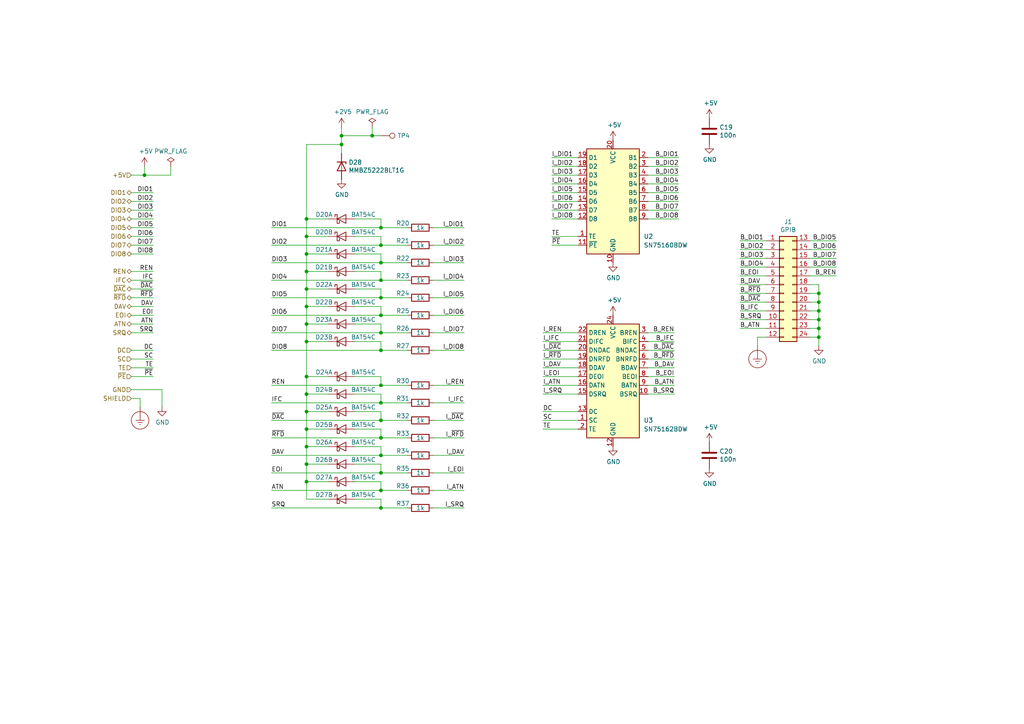
<source format=kicad_sch>
(kicad_sch (version 20211123) (generator eeschema)
  (paper "A4")
  (lib_symbols
    (symbol "Connector:TestPoint" (pin_numbers hide) (pin_names (offset 0.762) hide)
      (property "Reference" "TP" (at 0 6.858 0))
      (property "Value" "TestPoint" (at 0 5.08 0))
      (symbol "TestPoint_0_1"
        (circle (center 0 3.302) (radius 0.762))
      )
      (symbol "TestPoint_1_1"
        (pin passive line (at 0 0 90) (length 2.54) (name "1") (number "1"))
      )
    )
    (symbol "Connector_Generic:Conn_02x12_Top_Bottom" (pin_names (offset 1.016) hide)
      (property "Reference" "J" (at 1.27 15.24 0))
      (property "Value" "Conn_02x12_Top_Bottom" (at 1.27 -17.78 0))
      (symbol "Conn_02x12_Top_Bottom_1_1"
        (rectangle (start -1.27 -15.113) (end 0 -15.367) (stroke (width 0.1524)))
        (rectangle (start -1.27 -12.573) (end 0 -12.827) (stroke (width 0.1524)))
        (rectangle (start -1.27 -10.033) (end 0 -10.287) (stroke (width 0.1524)))
        (rectangle (start -1.27 -7.493) (end 0 -7.747) (stroke (width 0.1524)))
        (rectangle (start -1.27 -4.953) (end 0 -5.207) (stroke (width 0.1524)))
        (rectangle (start -1.27 -2.413) (end 0 -2.667) (stroke (width 0.1524)))
        (rectangle (start -1.27 0.127) (end 0 -0.127) (stroke (width 0.1524)))
        (rectangle (start -1.27 2.667) (end 0 2.413) (stroke (width 0.1524)))
        (rectangle (start -1.27 5.207) (end 0 4.953) (stroke (width 0.1524)))
        (rectangle (start -1.27 7.747) (end 0 7.493) (stroke (width 0.1524)))
        (rectangle (start -1.27 10.287) (end 0 10.033) (stroke (width 0.1524)))
        (rectangle (start -1.27 12.827) (end 0 12.573) (stroke (width 0.1524)))
        (rectangle (start -1.27 13.97) (end 3.81 -16.51) (stroke (width 0.254)) (fill (type background)))
        (rectangle (start 3.81 -15.113) (end 2.54 -15.367) (stroke (width 0.1524)))
        (rectangle (start 3.81 -12.573) (end 2.54 -12.827) (stroke (width 0.1524)))
        (rectangle (start 3.81 -10.033) (end 2.54 -10.287) (stroke (width 0.1524)))
        (rectangle (start 3.81 -7.493) (end 2.54 -7.747) (stroke (width 0.1524)))
        (rectangle (start 3.81 -4.953) (end 2.54 -5.207) (stroke (width 0.1524)))
        (rectangle (start 3.81 -2.413) (end 2.54 -2.667) (stroke (width 0.1524)))
        (rectangle (start 3.81 0.127) (end 2.54 -0.127) (stroke (width 0.1524)))
        (rectangle (start 3.81 2.667) (end 2.54 2.413) (stroke (width 0.1524)))
        (rectangle (start 3.81 5.207) (end 2.54 4.953) (stroke (width 0.1524)))
        (rectangle (start 3.81 7.747) (end 2.54 7.493) (stroke (width 0.1524)))
        (rectangle (start 3.81 10.287) (end 2.54 10.033) (stroke (width 0.1524)))
        (rectangle (start 3.81 12.827) (end 2.54 12.573) (stroke (width 0.1524)))
        (pin passive line (at -5.08 12.7 0) (length 3.81) (name "Pin_1") (number "1"))
        (pin passive line (at -5.08 -10.16 0) (length 3.81) (name "Pin_10") (number "10"))
        (pin passive line (at -5.08 -12.7 0) (length 3.81) (name "Pin_11") (number "11"))
        (pin passive line (at -5.08 -15.24 0) (length 3.81) (name "Pin_12") (number "12"))
        (pin passive line (at 7.62 12.7 180) (length 3.81) (name "Pin_13") (number "13"))
        (pin passive line (at 7.62 10.16 180) (length 3.81) (name "Pin_14") (number "14"))
        (pin passive line (at 7.62 7.62 180) (length 3.81) (name "Pin_15") (number "15"))
        (pin passive line (at 7.62 5.08 180) (length 3.81) (name "Pin_16") (number "16"))
        (pin passive line (at 7.62 2.54 180) (length 3.81) (name "Pin_17") (number "17"))
        (pin passive line (at 7.62 0 180) (length 3.81) (name "Pin_18") (number "18"))
        (pin passive line (at 7.62 -2.54 180) (length 3.81) (name "Pin_19") (number "19"))
        (pin passive line (at -5.08 10.16 0) (length 3.81) (name "Pin_2") (number "2"))
        (pin passive line (at 7.62 -5.08 180) (length 3.81) (name "Pin_20") (number "20"))
        (pin passive line (at 7.62 -7.62 180) (length 3.81) (name "Pin_21") (number "21"))
        (pin passive line (at 7.62 -10.16 180) (length 3.81) (name "Pin_22") (number "22"))
        (pin passive line (at 7.62 -12.7 180) (length 3.81) (name "Pin_23") (number "23"))
        (pin passive line (at 7.62 -15.24 180) (length 3.81) (name "Pin_24") (number "24"))
        (pin passive line (at -5.08 7.62 0) (length 3.81) (name "Pin_3") (number "3"))
        (pin passive line (at -5.08 5.08 0) (length 3.81) (name "Pin_4") (number "4"))
        (pin passive line (at -5.08 2.54 0) (length 3.81) (name "Pin_5") (number "5"))
        (pin passive line (at -5.08 0 0) (length 3.81) (name "Pin_6") (number "6"))
        (pin passive line (at -5.08 -2.54 0) (length 3.81) (name "Pin_7") (number "7"))
        (pin passive line (at -5.08 -5.08 0) (length 3.81) (name "Pin_8") (number "8"))
        (pin passive line (at -5.08 -7.62 0) (length 3.81) (name "Pin_9") (number "9"))
      )
    )
    (symbol "Device:C" (pin_numbers hide) (pin_names (offset 0.254))
      (property "Reference" "C" (at 0.635 2.54 0))
      (property "Value" "C" (at 0.635 -2.54 0))
      (symbol "C_0_1"
        (polyline (pts (xy -2.032 -0.762) (xy 2.032 -0.762)) (stroke (width 0.508)))
        (polyline (pts (xy -2.032 0.762) (xy 2.032 0.762)) (stroke (width 0.508)))
      )
      (symbol "C_1_1"
        (pin passive line (at 0 3.81 270) (length 2.794) (name "~") (number "1"))
        (pin passive line (at 0 -3.81 90) (length 2.794) (name "~") (number "2"))
      )
    )
    (symbol "Device:D_Zener" (pin_numbers hide) (pin_names (offset 1.016) hide)
      (property "Reference" "D" (at 0 2.54 0))
      (property "Value" "D_Zener" (at 0 -2.54 0))
      (symbol "D_Zener_0_1"
        (polyline (pts (xy 1.27 0) (xy -1.27 0)))
        (polyline (pts (xy -1.27 -1.27) (xy -1.27 1.27) (xy -0.762 1.27)) (stroke (width 0.254)))
        (polyline (pts (xy 1.27 -1.27) (xy 1.27 1.27) (xy -1.27 0) (xy 1.27 -1.27)) (stroke (width 0.254)))
      )
      (symbol "D_Zener_1_1"
        (pin passive line (at -3.81 0 0) (length 2.54) (name "K") (number "1"))
        (pin passive line (at 3.81 0 180) (length 2.54) (name "A") (number "2"))
      )
    )
    (symbol "Device:R" (pin_numbers hide) (pin_names (offset 0))
      (property "Reference" "R" (at 2.032 0 90))
      (property "Value" "R" (at 0 0 90))
      (symbol "R_0_1"
        (rectangle (start -1.016 -2.54) (end 1.016 2.54) (stroke (width 0.254)))
      )
      (symbol "R_1_1"
        (pin passive line (at 0 3.81 270) (length 1.27) (name "~") (number "1"))
        (pin passive line (at 0 -3.81 90) (length 1.27) (name "~") (number "2"))
      )
    )
    (symbol "Interface:SN75160BDW"
      (property "Reference" "U" (at -3.81 19.05 0))
      (property "Value" "SN75160BDW" (at -8.89 16.51 0))
      (symbol "SN75160BDW_0_1"
        (rectangle (start -7.62 15.24) (end 7.62 -15.24) (stroke (width 0.254)) (fill (type background)))
      )
      (symbol "SN75160BDW_1_1"
        (pin input line (at -10.16 -10.16 0) (length 2.54) (name "TE") (number "1"))
        (pin power_in line (at 0 -17.78 90) (length 2.54) (name "GND") (number "10"))
        (pin input line (at -10.16 -12.7 0) (length 2.54) (name "~{PE}") (number "11"))
        (pin bidirectional line (at -10.16 -5.08 0) (length 2.54) (name "D8") (number "12"))
        (pin bidirectional line (at -10.16 -2.54 0) (length 2.54) (name "D7") (number "13"))
        (pin bidirectional line (at -10.16 0 0) (length 2.54) (name "D6") (number "14"))
        (pin bidirectional line (at -10.16 2.54 0) (length 2.54) (name "D5") (number "15"))
        (pin bidirectional line (at -10.16 5.08 0) (length 2.54) (name "D4") (number "16"))
        (pin bidirectional line (at -10.16 7.62 0) (length 2.54) (name "D3") (number "17"))
        (pin bidirectional line (at -10.16 10.16 0) (length 2.54) (name "D2") (number "18"))
        (pin bidirectional line (at -10.16 12.7 0) (length 2.54) (name "D1") (number "19"))
        (pin bidirectional line (at 10.16 12.7 180) (length 2.54) (name "B1") (number "2"))
        (pin power_in line (at 0 17.78 270) (length 2.54) (name "VCC") (number "20"))
        (pin bidirectional line (at 10.16 10.16 180) (length 2.54) (name "B2") (number "3"))
        (pin bidirectional line (at 10.16 7.62 180) (length 2.54) (name "B3") (number "4"))
        (pin bidirectional line (at 10.16 5.08 180) (length 2.54) (name "B4") (number "5"))
        (pin bidirectional line (at 10.16 2.54 180) (length 2.54) (name "B5") (number "6"))
        (pin bidirectional line (at 10.16 0 180) (length 2.54) (name "B6") (number "7"))
        (pin bidirectional line (at 10.16 -2.54 180) (length 2.54) (name "B7") (number "8"))
        (pin bidirectional line (at 10.16 -5.08 180) (length 2.54) (name "B8") (number "9"))
      )
    )
    (symbol "local:D_Schottky_x2_KCom_AAK_Split" (pin_numbers hide) (pin_names (offset 1.016) hide)
      (property "Reference" "D" (at 0 2.54 0))
      (property "Value" "D_Schottky_x2_KCom_AAK_Split" (at 0 -2.54 0))
      (symbol "D_Schottky_x2_KCom_AAK_Split_0_1"
        (polyline (pts (xy 1.27 0) (xy -1.27 0)))
        (polyline (pts (xy 1.27 1.27) (xy 1.27 -1.27) (xy -1.27 0) (xy 1.27 1.27)) (stroke (width 0.2032)))
        (polyline (pts (xy -1.905 0.635) (xy -1.905 1.27) (xy -1.27 1.27) (xy -1.27 -1.27) (xy -0.635 -1.27) (xy -0.635 -0.635)) (stroke (width 0.2032)))
      )
      (symbol "D_Schottky_x2_KCom_AAK_Split_1_1"
        (pin passive line (at 3.81 0 180) (length 2.54) (name "A") (number "1"))
        (pin passive line (at -3.81 0 0) (length 2.54) (name "K") (number "3"))
      )
      (symbol "D_Schottky_x2_KCom_AAK_Split_2_1"
        (pin passive line (at 3.81 0 180) (length 2.54) (name "A") (number "2"))
        (pin passive line (at -3.81 0 0) (length 2.54) (name "K") (number "3"))
      )
    )
    (symbol "local:SN75162BDW"
      (property "Reference" "U" (at -3.81 19.05 0))
      (property "Value" "SN75162BDW" (at -8.89 16.51 0))
      (symbol "SN75162BDW_0_1"
        (rectangle (start -7.62 15.24) (end 7.62 -17.78) (stroke (width 0.254)) (fill (type background)))
      )
      (symbol "SN75162BDW_1_1"
        (pin input line (at -10.16 -12.7 0) (length 2.54) (name "SC") (number "1"))
        (pin bidirectional line (at 10.16 -5.08 180) (length 2.54) (name "BSRQ") (number "10"))
        (pin no_connect line (at 10.16 -10.16 180) (length 2.54) hide (name "~") (number "11"))
        (pin power_in line (at 0 -20.32 90) (length 2.54) (name "GND") (number "12"))
        (pin input line (at -10.16 -10.16 0) (length 2.54) (name "DC") (number "13"))
        (pin no_connect line (at 10.16 -12.7 180) (length 2.54) hide (name "~") (number "14"))
        (pin bidirectional line (at -10.16 -5.08 0) (length 2.54) (name "DSRQ") (number "15"))
        (pin bidirectional line (at -10.16 -2.54 0) (length 2.54) (name "DATN") (number "16"))
        (pin bidirectional line (at -10.16 0 0) (length 2.54) (name "DEOI") (number "17"))
        (pin bidirectional line (at -10.16 2.54 0) (length 2.54) (name "DDAV") (number "18"))
        (pin bidirectional line (at -10.16 5.08 0) (length 2.54) (name "DNRFD") (number "19"))
        (pin input line (at -10.16 -15.24 0) (length 2.54) (name "TE") (number "2"))
        (pin bidirectional line (at -10.16 7.62 0) (length 2.54) (name "DNDAC") (number "20"))
        (pin bidirectional line (at -10.16 10.16 0) (length 2.54) (name "DIFC") (number "21"))
        (pin bidirectional line (at -10.16 12.7 0) (length 2.54) (name "DREN") (number "22"))
        (pin no_connect line (at 10.16 -15.24 180) (length 2.54) hide (name "~") (number "23"))
        (pin power_in line (at 0 17.78 270) (length 2.54) (name "VCC") (number "24"))
        (pin bidirectional line (at 10.16 12.7 180) (length 2.54) (name "BREN") (number "3"))
        (pin bidirectional line (at 10.16 10.16 180) (length 2.54) (name "BIFC") (number "4"))
        (pin bidirectional line (at 10.16 7.62 180) (length 2.54) (name "BNDAC") (number "5"))
        (pin bidirectional line (at 10.16 5.08 180) (length 2.54) (name "BNRFD") (number "6"))
        (pin bidirectional line (at 10.16 2.54 180) (length 2.54) (name "BDAV") (number "7"))
        (pin bidirectional line (at 10.16 0 180) (length 2.54) (name "BEOI") (number "8"))
        (pin bidirectional line (at 10.16 -2.54 180) (length 2.54) (name "BATN") (number "9"))
      )
    )
    (symbol "power:+2V5" (power) (pin_names (offset 0))
      (property "Value" "+2V5" (at 0 3.556 0))
      (symbol "+2V5_0_1"
        (polyline (pts (xy -0.762 1.27) (xy 0 2.54)))
        (polyline (pts (xy 0 0) (xy 0 2.54)))
        (polyline (pts (xy 0 2.54) (xy 0.762 1.27)))
      )
      (symbol "+2V5_1_1"
        (pin power_in line (at 0 0 90) (length 0) hide (name "+2V5") (number "1"))
      )
    )
    (symbol "power:+5V" (power) (pin_names (offset 0))
      (property "Value" "+5V" (at 0 3.556 0))
      (symbol "+5V_0_1"
        (polyline (pts (xy -0.762 1.27) (xy 0 2.54)))
        (polyline (pts (xy 0 0) (xy 0 2.54)))
        (polyline (pts (xy 0 2.54) (xy 0.762 1.27)))
      )
      (symbol "+5V_1_1"
        (pin power_in line (at 0 0 90) (length 0) hide (name "+5V") (number "1"))
      )
    )
    (symbol "power:Earth_Protective" (power) (pin_names (offset 0))
      (symbol "Earth_Protective_0_1"
        (circle (center 0 -3.81) (radius 2.54))
        (polyline (pts (xy -0.635 -4.445) (xy 0.635 -4.445)))
        (polyline (pts (xy -0.127 -5.08) (xy 0.127 -5.08)))
        (polyline (pts (xy 0 -3.81) (xy 0 0)))
        (polyline (pts (xy 1.27 -3.81) (xy -1.27 -3.81)))
      )
      (symbol "Earth_Protective_1_1"
        (pin power_in line (at 0 0 270) (length 0) hide (name "Earth_Protective") (number "1"))
      )
    )
    (symbol "power:GND" (power) (pin_names (offset 0))
      (property "Value" "GND" (at 0 -3.81 0))
      (symbol "GND_0_1"
        (polyline (pts (xy 0 0) (xy 0 -1.27) (xy 1.27 -1.27) (xy 0 -2.54) (xy -1.27 -1.27) (xy 0 -1.27)))
      )
      (symbol "GND_1_1"
        (pin power_in line (at 0 0 270) (length 0) hide (name "GND") (number "1"))
      )
    )
    (symbol "power:PWR_FLAG" (power) (pin_numbers hide) (pin_names (offset 0) hide)
      (property "Value" "PWR_FLAG" (at 0 3.81 0))
      (symbol "PWR_FLAG_0_0"
        (pin power_out line (at 0 0 90) (length 0) (name "pwr") (number "1"))
      )
      (symbol "PWR_FLAG_0_1"
        (polyline (pts (xy 0 0) (xy 0 1.27) (xy -1.016 1.905) (xy 0 2.54) (xy 1.016 1.905) (xy 0 1.27)))
      )
    )
  )
  (junction (at 88.9 63.5))
  (junction (at 110.49 121.92))
  (junction (at 88.9 134.62))
  (junction (at 237.49 87.63))
  (junction (at 110.49 96.52))
  (junction (at 110.49 142.24))
  (junction (at 88.9 93.98))
  (junction (at 41.91 50.8))
  (junction (at 110.49 132.08))
  (junction (at 110.49 137.16))
  (junction (at 88.9 99.06))
  (junction (at 99.06 39.37))
  (junction (at 110.49 76.2))
  (junction (at 99.06 41.91))
  (junction (at 110.49 116.84))
  (junction (at 88.9 88.9))
  (junction (at 237.49 92.71))
  (junction (at 110.49 127))
  (junction (at 110.49 147.32))
  (junction (at 110.49 71.12))
  (junction (at 237.49 85.09))
  (junction (at 88.9 129.54))
  (junction (at 88.9 73.66))
  (junction (at 110.49 111.76))
  (junction (at 88.9 78.74))
  (junction (at 88.9 109.22))
  (junction (at 107.95 39.37))
  (junction (at 237.49 95.25))
  (junction (at 88.9 124.46))
  (junction (at 88.9 83.82))
  (junction (at 110.49 81.28))
  (junction (at 110.49 91.44))
  (junction (at 88.9 68.58))
  (junction (at 237.49 90.17))
  (junction (at 88.9 139.7))
  (junction (at 110.49 66.04))
  (junction (at 88.9 119.38))
  (junction (at 110.49 86.36))
  (junction (at 237.49 97.79))
  (junction (at 88.9 114.3))
  (junction (at 110.49 101.6))
  (wire (pts (xy 78.74 66.04) (xy 110.49 66.04)))
  (wire (pts (xy 110.49 93.98) (xy 110.49 96.52)))
  (wire (pts (xy 88.9 83.82) (xy 88.9 88.9)))
  (wire (pts (xy 102.87 88.9) (xy 110.49 88.9)))
  (wire (pts (xy 38.1 106.68) (xy 44.45 106.68)))
  (wire (pts (xy 110.49 68.58) (xy 110.49 71.12)))
  (wire (pts (xy 99.06 39.37) (xy 107.95 39.37)))
  (wire (pts (xy 234.95 92.71) (xy 237.49 92.71)))
  (wire (pts (xy 234.95 97.79) (xy 237.49 97.79)))
  (wire (pts (xy 160.02 53.34) (xy 167.64 53.34)))
  (wire (pts (xy 110.49 137.16) (xy 118.11 137.16)))
  (wire (pts (xy 167.64 111.76) (xy 157.48 111.76)))
  (wire (pts (xy 102.87 124.46) (xy 110.49 124.46)))
  (wire (pts (xy 40.64 115.57) (xy 40.64 118.11)))
  (wire (pts (xy 110.49 129.54) (xy 110.49 132.08)))
  (wire (pts (xy 187.96 109.22) (xy 195.58 109.22)))
  (wire (pts (xy 110.49 81.28) (xy 118.11 81.28)))
  (wire (pts (xy 234.95 72.39) (xy 242.57 72.39)))
  (wire (pts (xy 110.49 109.22) (xy 110.49 111.76)))
  (wire (pts (xy 222.25 80.01) (xy 214.63 80.01)))
  (wire (pts (xy 88.9 139.7) (xy 88.9 144.78)))
  (wire (pts (xy 110.49 78.74) (xy 110.49 81.28)))
  (wire (pts (xy 167.64 101.6) (xy 157.48 101.6)))
  (wire (pts (xy 78.74 96.52) (xy 110.49 96.52)))
  (wire (pts (xy 88.9 63.5) (xy 88.9 41.91)))
  (wire (pts (xy 234.95 95.25) (xy 237.49 95.25)))
  (wire (pts (xy 110.49 127) (xy 118.11 127)))
  (wire (pts (xy 237.49 82.55) (xy 237.49 85.09)))
  (wire (pts (xy 222.25 97.79) (xy 219.71 97.79)))
  (wire (pts (xy 95.25 63.5) (xy 88.9 63.5)))
  (wire (pts (xy 78.74 121.92) (xy 110.49 121.92)))
  (wire (pts (xy 110.49 114.3) (xy 110.49 116.84)))
  (wire (pts (xy 234.95 69.85) (xy 242.57 69.85)))
  (wire (pts (xy 102.87 144.78) (xy 110.49 144.78)))
  (wire (pts (xy 110.49 144.78) (xy 110.49 147.32)))
  (wire (pts (xy 78.74 91.44) (xy 110.49 91.44)))
  (wire (pts (xy 125.73 132.08) (xy 134.62 132.08)))
  (wire (pts (xy 88.9 134.62) (xy 88.9 139.7)))
  (wire (pts (xy 38.1 66.04) (xy 44.45 66.04)))
  (wire (pts (xy 167.64 121.92) (xy 157.48 121.92)))
  (wire (pts (xy 102.87 119.38) (xy 110.49 119.38)))
  (wire (pts (xy 167.64 114.3) (xy 157.48 114.3)))
  (wire (pts (xy 38.1 96.52) (xy 44.45 96.52)))
  (wire (pts (xy 110.49 66.04) (xy 118.11 66.04)))
  (wire (pts (xy 187.96 48.26) (xy 196.85 48.26)))
  (wire (pts (xy 38.1 81.28) (xy 44.45 81.28)))
  (wire (pts (xy 167.64 106.68) (xy 157.48 106.68)))
  (wire (pts (xy 222.25 87.63) (xy 214.63 87.63)))
  (wire (pts (xy 187.96 104.14) (xy 195.58 104.14)))
  (wire (pts (xy 110.49 88.9) (xy 110.49 91.44)))
  (wire (pts (xy 110.49 147.32) (xy 118.11 147.32)))
  (wire (pts (xy 187.96 96.52) (xy 195.58 96.52)))
  (wire (pts (xy 187.96 45.72) (xy 196.85 45.72)))
  (wire (pts (xy 234.95 80.01) (xy 242.57 80.01)))
  (wire (pts (xy 88.9 114.3) (xy 88.9 119.38)))
  (wire (pts (xy 110.49 119.38) (xy 110.49 121.92)))
  (wire (pts (xy 88.9 119.38) (xy 88.9 124.46)))
  (wire (pts (xy 110.49 116.84) (xy 118.11 116.84)))
  (wire (pts (xy 99.06 41.91) (xy 99.06 44.45)))
  (wire (pts (xy 234.95 82.55) (xy 237.49 82.55)))
  (wire (pts (xy 78.74 142.24) (xy 110.49 142.24)))
  (wire (pts (xy 46.99 113.03) (xy 46.99 118.11)))
  (wire (pts (xy 38.1 91.44) (xy 44.45 91.44)))
  (wire (pts (xy 125.73 66.04) (xy 134.62 66.04)))
  (wire (pts (xy 78.74 147.32) (xy 110.49 147.32)))
  (wire (pts (xy 95.25 78.74) (xy 88.9 78.74)))
  (wire (pts (xy 78.74 127) (xy 110.49 127)))
  (wire (pts (xy 95.25 109.22) (xy 88.9 109.22)))
  (wire (pts (xy 234.95 77.47) (xy 242.57 77.47)))
  (wire (pts (xy 107.95 39.37) (xy 107.95 36.83)))
  (wire (pts (xy 125.73 137.16) (xy 134.62 137.16)))
  (wire (pts (xy 95.25 129.54) (xy 88.9 129.54)))
  (wire (pts (xy 160.02 50.8) (xy 167.64 50.8)))
  (wire (pts (xy 160.02 48.26) (xy 167.64 48.26)))
  (wire (pts (xy 222.25 90.17) (xy 214.63 90.17)))
  (wire (pts (xy 38.1 101.6) (xy 44.45 101.6)))
  (wire (pts (xy 110.49 83.82) (xy 110.49 86.36)))
  (wire (pts (xy 125.73 116.84) (xy 134.62 116.84)))
  (wire (pts (xy 78.74 71.12) (xy 110.49 71.12)))
  (wire (pts (xy 167.64 104.14) (xy 157.48 104.14)))
  (wire (pts (xy 187.96 53.34) (xy 196.85 53.34)))
  (wire (pts (xy 38.1 86.36) (xy 44.45 86.36)))
  (wire (pts (xy 110.49 91.44) (xy 118.11 91.44)))
  (wire (pts (xy 38.1 71.12) (xy 44.45 71.12)))
  (wire (pts (xy 187.96 63.5) (xy 196.85 63.5)))
  (wire (pts (xy 167.64 96.52) (xy 157.48 96.52)))
  (wire (pts (xy 187.96 101.6) (xy 195.58 101.6)))
  (wire (pts (xy 167.64 119.38) (xy 157.48 119.38)))
  (wire (pts (xy 78.74 76.2) (xy 110.49 76.2)))
  (wire (pts (xy 187.96 99.06) (xy 195.58 99.06)))
  (wire (pts (xy 49.53 50.8) (xy 49.53 48.26)))
  (wire (pts (xy 167.64 109.22) (xy 157.48 109.22)))
  (wire (pts (xy 237.49 97.79) (xy 237.49 100.33)))
  (wire (pts (xy 102.87 134.62) (xy 110.49 134.62)))
  (wire (pts (xy 102.87 114.3) (xy 110.49 114.3)))
  (wire (pts (xy 102.87 63.5) (xy 110.49 63.5)))
  (wire (pts (xy 88.9 41.91) (xy 99.06 41.91)))
  (wire (pts (xy 38.1 68.58) (xy 44.45 68.58)))
  (wire (pts (xy 187.96 60.96) (xy 196.85 60.96)))
  (wire (pts (xy 95.25 119.38) (xy 88.9 119.38)))
  (wire (pts (xy 110.49 86.36) (xy 118.11 86.36)))
  (wire (pts (xy 125.73 71.12) (xy 134.62 71.12)))
  (wire (pts (xy 88.9 129.54) (xy 88.9 134.62)))
  (wire (pts (xy 125.73 101.6) (xy 134.62 101.6)))
  (wire (pts (xy 107.95 39.37) (xy 110.49 39.37)))
  (wire (pts (xy 88.9 109.22) (xy 88.9 114.3)))
  (wire (pts (xy 110.49 73.66) (xy 110.49 76.2)))
  (wire (pts (xy 88.9 93.98) (xy 88.9 99.06)))
  (wire (pts (xy 88.9 124.46) (xy 88.9 129.54)))
  (wire (pts (xy 38.1 58.42) (xy 44.45 58.42)))
  (wire (pts (xy 38.1 115.57) (xy 40.64 115.57)))
  (wire (pts (xy 110.49 71.12) (xy 118.11 71.12)))
  (wire (pts (xy 160.02 63.5) (xy 167.64 63.5)))
  (wire (pts (xy 38.1 55.88) (xy 44.45 55.88)))
  (wire (pts (xy 38.1 50.8) (xy 41.91 50.8)))
  (wire (pts (xy 222.25 92.71) (xy 214.63 92.71)))
  (wire (pts (xy 234.95 74.93) (xy 242.57 74.93)))
  (wire (pts (xy 110.49 139.7) (xy 110.49 142.24)))
  (wire (pts (xy 125.73 96.52) (xy 134.62 96.52)))
  (wire (pts (xy 41.91 50.8) (xy 41.91 48.26)))
  (wire (pts (xy 95.25 139.7) (xy 88.9 139.7)))
  (wire (pts (xy 110.49 121.92) (xy 118.11 121.92)))
  (wire (pts (xy 110.49 76.2) (xy 118.11 76.2)))
  (wire (pts (xy 38.1 88.9) (xy 44.45 88.9)))
  (wire (pts (xy 110.49 99.06) (xy 110.49 101.6)))
  (wire (pts (xy 38.1 83.82) (xy 44.45 83.82)))
  (wire (pts (xy 78.74 137.16) (xy 110.49 137.16)))
  (wire (pts (xy 95.25 124.46) (xy 88.9 124.46)))
  (wire (pts (xy 237.49 92.71) (xy 237.49 95.25)))
  (wire (pts (xy 187.96 50.8) (xy 196.85 50.8)))
  (wire (pts (xy 102.87 83.82) (xy 110.49 83.82)))
  (wire (pts (xy 167.64 71.12) (xy 160.02 71.12)))
  (wire (pts (xy 88.9 73.66) (xy 88.9 78.74)))
  (wire (pts (xy 125.73 111.76) (xy 134.62 111.76)))
  (wire (pts (xy 78.74 116.84) (xy 110.49 116.84)))
  (wire (pts (xy 102.87 93.98) (xy 110.49 93.98)))
  (wire (pts (xy 222.25 85.09) (xy 214.63 85.09)))
  (wire (pts (xy 38.1 104.14) (xy 44.45 104.14)))
  (wire (pts (xy 237.49 87.63) (xy 237.49 90.17)))
  (wire (pts (xy 125.73 91.44) (xy 134.62 91.44)))
  (wire (pts (xy 102.87 99.06) (xy 110.49 99.06)))
  (wire (pts (xy 99.06 41.91) (xy 99.06 39.37)))
  (wire (pts (xy 88.9 144.78) (xy 95.25 144.78)))
  (wire (pts (xy 38.1 73.66) (xy 44.45 73.66)))
  (wire (pts (xy 95.25 114.3) (xy 88.9 114.3)))
  (wire (pts (xy 222.25 95.25) (xy 214.63 95.25)))
  (wire (pts (xy 160.02 45.72) (xy 167.64 45.72)))
  (wire (pts (xy 110.49 134.62) (xy 110.49 137.16)))
  (wire (pts (xy 160.02 60.96) (xy 167.64 60.96)))
  (wire (pts (xy 222.25 82.55) (xy 214.63 82.55)))
  (wire (pts (xy 78.74 101.6) (xy 110.49 101.6)))
  (wire (pts (xy 95.25 93.98) (xy 88.9 93.98)))
  (wire (pts (xy 187.96 106.68) (xy 195.58 106.68)))
  (wire (pts (xy 78.74 81.28) (xy 110.49 81.28)))
  (wire (pts (xy 95.25 99.06) (xy 88.9 99.06)))
  (wire (pts (xy 160.02 58.42) (xy 167.64 58.42)))
  (wire (pts (xy 88.9 63.5) (xy 88.9 68.58)))
  (wire (pts (xy 102.87 139.7) (xy 110.49 139.7)))
  (wire (pts (xy 234.95 87.63) (xy 237.49 87.63)))
  (wire (pts (xy 234.95 85.09) (xy 237.49 85.09)))
  (wire (pts (xy 187.96 114.3) (xy 195.58 114.3)))
  (wire (pts (xy 237.49 85.09) (xy 237.49 87.63)))
  (wire (pts (xy 110.49 63.5) (xy 110.49 66.04)))
  (wire (pts (xy 38.1 78.74) (xy 44.45 78.74)))
  (wire (pts (xy 95.25 68.58) (xy 88.9 68.58)))
  (wire (pts (xy 102.87 129.54) (xy 110.49 129.54)))
  (wire (pts (xy 110.49 111.76) (xy 118.11 111.76)))
  (wire (pts (xy 187.96 111.76) (xy 195.58 111.76)))
  (wire (pts (xy 95.25 134.62) (xy 88.9 134.62)))
  (wire (pts (xy 237.49 95.25) (xy 237.49 97.79)))
  (wire (pts (xy 38.1 63.5) (xy 44.45 63.5)))
  (wire (pts (xy 88.9 99.06) (xy 88.9 109.22)))
  (wire (pts (xy 110.49 101.6) (xy 118.11 101.6)))
  (wire (pts (xy 110.49 132.08) (xy 118.11 132.08)))
  (wire (pts (xy 78.74 86.36) (xy 110.49 86.36)))
  (wire (pts (xy 102.87 73.66) (xy 110.49 73.66)))
  (wire (pts (xy 110.49 96.52) (xy 118.11 96.52)))
  (wire (pts (xy 38.1 93.98) (xy 44.45 93.98)))
  (wire (pts (xy 125.73 76.2) (xy 134.62 76.2)))
  (wire (pts (xy 187.96 58.42) (xy 196.85 58.42)))
  (wire (pts (xy 167.64 99.06) (xy 157.48 99.06)))
  (wire (pts (xy 95.25 73.66) (xy 88.9 73.66)))
  (wire (pts (xy 78.74 111.76) (xy 110.49 111.76)))
  (wire (pts (xy 88.9 88.9) (xy 88.9 93.98)))
  (wire (pts (xy 38.1 109.22) (xy 44.45 109.22)))
  (wire (pts (xy 38.1 113.03) (xy 46.99 113.03)))
  (wire (pts (xy 110.49 142.24) (xy 118.11 142.24)))
  (wire (pts (xy 222.25 69.85) (xy 214.63 69.85)))
  (wire (pts (xy 78.74 132.08) (xy 110.49 132.08)))
  (wire (pts (xy 38.1 60.96) (xy 44.45 60.96)))
  (wire (pts (xy 237.49 90.17) (xy 237.49 92.71)))
  (wire (pts (xy 167.64 68.58) (xy 160.02 68.58)))
  (wire (pts (xy 102.87 68.58) (xy 110.49 68.58)))
  (wire (pts (xy 95.25 88.9) (xy 88.9 88.9)))
  (wire (pts (xy 125.73 81.28) (xy 134.62 81.28)))
  (wire (pts (xy 167.64 124.46) (xy 157.48 124.46)))
  (wire (pts (xy 222.25 72.39) (xy 214.63 72.39)))
  (wire (pts (xy 110.49 124.46) (xy 110.49 127)))
  (wire (pts (xy 95.25 83.82) (xy 88.9 83.82)))
  (wire (pts (xy 125.73 127) (xy 134.62 127)))
  (wire (pts (xy 125.73 142.24) (xy 134.62 142.24)))
  (wire (pts (xy 102.87 109.22) (xy 110.49 109.22)))
  (wire (pts (xy 125.73 147.32) (xy 134.62 147.32)))
  (wire (pts (xy 222.25 77.47) (xy 214.63 77.47)))
  (wire (pts (xy 187.96 55.88) (xy 196.85 55.88)))
  (wire (pts (xy 222.25 74.93) (xy 214.63 74.93)))
  (wire (pts (xy 125.73 86.36) (xy 134.62 86.36)))
  (wire (pts (xy 125.73 121.92) (xy 134.62 121.92)))
  (wire (pts (xy 234.95 90.17) (xy 237.49 90.17)))
  (wire (pts (xy 160.02 55.88) (xy 167.64 55.88)))
  (wire (pts (xy 41.91 50.8) (xy 49.53 50.8)))
  (wire (pts (xy 88.9 78.74) (xy 88.9 83.82)))
  (wire (pts (xy 219.71 97.79) (xy 219.71 100.33)))
  (wire (pts (xy 88.9 68.58) (xy 88.9 73.66)))
  (wire (pts (xy 102.87 78.74) (xy 110.49 78.74)))
  (wire (pts (xy 99.06 39.37) (xy 99.06 36.83)))
  (label "TE" (at 160.02 68.58 0))
  (label "B_EOI" (at 195.58 109.22 180))
  (label "~{DAC}" (at 78.74 121.92 0))
  (label "B_DIO7" (at 242.57 74.93 180))
  (label "DIO3" (at 78.74 76.2 0))
  (label "I_DIO3" (at 160.02 50.8 0))
  (label "B_DIO6" (at 242.57 72.39 180))
  (label "SC" (at 44.45 104.14 180))
  (label "REN" (at 78.74 111.76 0))
  (label "I_DIO1" (at 160.02 45.72 0))
  (label "I_DIO1" (at 134.62 66.04 180))
  (label "I_DAV" (at 134.62 132.08 180))
  (label "I_ATN" (at 134.62 142.24 180))
  (label "I_DIO3" (at 134.62 76.2 180))
  (label "B_DIO4" (at 214.63 77.47 0))
  (label "B_DIO5" (at 196.85 55.88 180))
  (label "ATN" (at 44.45 93.98 180))
  (label "I_DIO4" (at 160.02 53.34 0))
  (label "I_~{RFD}" (at 134.62 127 180))
  (label "B_DIO1" (at 196.85 45.72 180))
  (label "I_DIO5" (at 134.62 86.36 180))
  (label "I_SRQ" (at 157.48 114.3 0))
  (label "I_ATN" (at 157.48 111.76 0))
  (label "~{PE}" (at 44.45 109.22 180))
  (label "B_IFC" (at 195.58 99.06 180))
  (label "I_DIO2" (at 160.02 48.26 0))
  (label "I_DIO8" (at 134.62 101.6 180))
  (label "B_REN" (at 195.58 96.52 180))
  (label "ATN" (at 78.74 142.24 0))
  (label "DAV" (at 44.45 88.9 180))
  (label "DC" (at 157.48 119.38 0))
  (label "SRQ" (at 78.74 147.32 0))
  (label "B_~{DAC}" (at 195.58 101.6 180))
  (label "B_DIO1" (at 214.63 69.85 0))
  (label "DIO4" (at 44.45 63.5 180))
  (label "I_EOI" (at 157.48 109.22 0))
  (label "B_DIO4" (at 196.85 53.34 180))
  (label "B_DAV" (at 195.58 106.68 180))
  (label "I_REN" (at 134.62 111.76 180))
  (label "DC" (at 44.45 101.6 180))
  (label "I_~{DAC}" (at 134.62 121.92 180))
  (label "I_DAV" (at 157.48 106.68 0))
  (label "I_DIO8" (at 160.02 63.5 0))
  (label "B_DIO5" (at 242.57 69.85 180))
  (label "I_EOI" (at 134.62 137.16 180))
  (label "TE" (at 157.48 124.46 0))
  (label "I_IFC" (at 157.48 99.06 0))
  (label "IFC" (at 44.45 81.28 180))
  (label "I_DIO7" (at 160.02 60.96 0))
  (label "REN" (at 44.45 78.74 180))
  (label "DIO7" (at 44.45 71.12 180))
  (label "I_REN" (at 157.48 96.52 0))
  (label "DIO6" (at 78.74 91.44 0))
  (label "B_DIO8" (at 242.57 77.47 180))
  (label "B_DIO7" (at 196.85 60.96 180))
  (label "DIO5" (at 44.45 66.04 180))
  (label "B_SRQ" (at 195.58 114.3 180))
  (label "DIO2" (at 78.74 71.12 0))
  (label "B_DIO8" (at 196.85 63.5 180))
  (label "~{RFD}" (at 78.74 127 0))
  (label "SC" (at 157.48 121.92 0))
  (label "IFC" (at 78.74 116.84 0))
  (label "B_DAV" (at 214.63 82.55 0))
  (label "EOI" (at 78.74 137.16 0))
  (label "DIO5" (at 78.74 86.36 0))
  (label "TE" (at 44.45 106.68 180))
  (label "I_DIO6" (at 160.02 58.42 0))
  (label "DIO8" (at 78.74 101.6 0))
  (label "B_EOI" (at 214.63 80.01 0))
  (label "I_DIO5" (at 160.02 55.88 0))
  (label "B_ATN" (at 214.63 95.25 0))
  (label "DAV" (at 78.74 132.08 0))
  (label "B_REN" (at 242.57 80.01 180))
  (label "~{DAC}" (at 44.45 83.82 180))
  (label "B_ATN" (at 195.58 111.76 180))
  (label "DIO3" (at 44.45 60.96 180))
  (label "I_DIO2" (at 134.62 71.12 180))
  (label "I_DIO4" (at 134.62 81.28 180))
  (label "B_DIO6" (at 196.85 58.42 180))
  (label "I_~{DAC}" (at 157.48 101.6 0))
  (label "~{PE}" (at 160.02 71.12 0))
  (label "I_IFC" (at 134.62 116.84 180))
  (label "DIO8" (at 44.45 73.66 180))
  (label "B_DIO2" (at 214.63 72.39 0))
  (label "B_DIO3" (at 196.85 50.8 180))
  (label "I_~{RFD}" (at 157.48 104.14 0))
  (label "DIO2" (at 44.45 58.42 180))
  (label "~{RFD}" (at 44.45 86.36 180))
  (label "B_SRQ" (at 214.63 92.71 0))
  (label "I_SRQ" (at 134.62 147.32 180))
  (label "B_IFC" (at 214.63 90.17 0))
  (label "B_~{DAC}" (at 214.63 87.63 0))
  (label "B_DIO3" (at 214.63 74.93 0))
  (label "I_DIO6" (at 134.62 91.44 180))
  (label "DIO1" (at 78.74 66.04 0))
  (label "SRQ" (at 44.45 96.52 180))
  (label "EOI" (at 44.45 91.44 180))
  (label "DIO1" (at 44.45 55.88 180))
  (label "B_~{RFD}" (at 214.63 85.09 0))
  (label "DIO6" (at 44.45 68.58 180))
  (label "DIO7" (at 78.74 96.52 0))
  (label "I_DIO7" (at 134.62 96.52 180))
  (label "B_~{RFD}" (at 195.58 104.14 180))
  (label "B_DIO2" (at 196.85 48.26 180))
  (label "DIO4" (at 78.74 81.28 0))
  (hierarchical_label "DIO1" (shape bidirectional) (at 38.1 55.88 180))
  (hierarchical_label "ATN" (shape bidirectional) (at 38.1 93.98 180))
  (hierarchical_label "TE" (shape input) (at 38.1 106.68 180))
  (hierarchical_label "SRQ" (shape bidirectional) (at 38.1 96.52 180))
  (hierarchical_label "IFC" (shape bidirectional) (at 38.1 81.28 180))
  (hierarchical_label "~{PE}" (shape input) (at 38.1 109.22 180))
  (hierarchical_label "DAV" (shape bidirectional) (at 38.1 88.9 180))
  (hierarchical_label "DIO8" (shape bidirectional) (at 38.1 73.66 180))
  (hierarchical_label "GND" (shape input) (at 38.1 113.03 180))
  (hierarchical_label "DIO5" (shape bidirectional) (at 38.1 66.04 180))
  (hierarchical_label "SC" (shape input) (at 38.1 104.14 180))
  (hierarchical_label "SHIELD" (shape input) (at 38.1 115.57 180))
  (hierarchical_label "DIO4" (shape bidirectional) (at 38.1 63.5 180))
  (hierarchical_label "EOI" (shape bidirectional) (at 38.1 91.44 180))
  (hierarchical_label "+5V" (shape input) (at 38.1 50.8 180))
  (hierarchical_label "DIO7" (shape bidirectional) (at 38.1 71.12 180))
  (hierarchical_label "REN" (shape bidirectional) (at 38.1 78.74 180))
  (hierarchical_label "DIO2" (shape bidirectional) (at 38.1 58.42 180))
  (hierarchical_label "~{RFD}" (shape bidirectional) (at 38.1 86.36 180))
  (hierarchical_label "DIO6" (shape bidirectional) (at 38.1 68.58 180))
  (hierarchical_label "~{DAC}" (shape bidirectional) (at 38.1 83.82 180))
  (hierarchical_label "DC" (shape input) (at 38.1 101.6 180))
  (hierarchical_label "DIO3" (shape bidirectional) (at 38.1 60.96 180))
  (symbol (lib_id "Connector_Generic:Conn_02x12_Top_Bottom") (at 227.33 82.55 0) (unit 1)
    (property "Reference" "J1" (at 228.6 64.3382 0))
    (property "Value" "GPIB" (at 228.6 66.6496 0))
    (property "Footprint" "local:NorComp_112-024-113R001" (effects hide))
  )
  (symbol (lib_id "power:GND") (at 237.49 100.33 0) (unit 1)
    (property "Reference" "#PWR0102" (effects hide))
    (property "Value" "GND" (at 237.617 104.7242 0))
  )
  (symbol (lib_id "Interface:SN75160BDW") (at 177.8 58.42 0) (unit 1)
    (property "Reference" "U2" (at 186.69 68.58 0) (effects (justify left)))
    (property "Value" "SN75160BDW" (at 186.69 71.12 0) (effects (justify left)))
    (property "Footprint" "Package_SO:SOIC-20W_7.5x12.8mm_P1.27mm" (effects hide))
    (property "Datasheet" "http://www.ti.com/lit/ds/symlink/sn75160b.pdf" (effects hide))
  )
  (symbol (lib_id "local:SN75162BDW") (at 177.8 109.22 0) (unit 1)
    (property "Reference" "U3" (at 186.69 121.92 0) (effects (justify left)))
    (property "Value" "SN75162BDW" (at 186.69 124.46 0) (effects (justify left)))
    (property "Footprint" "Package_SO:SOIC-24W_7.5x15.4mm_P1.27mm" (effects hide))
    (property "Datasheet" "http://www.ti.com/lit/ds/symlink/sn75161b.pdf" (effects hide))
  )
  (symbol (lib_id "power:GND") (at 177.8 76.2 0) (unit 1)
    (property "Reference" "#PWR0103" (effects hide))
    (property "Value" "GND" (at 177.927 80.5942 0))
  )
  (symbol (lib_id "power:GND") (at 177.8 129.54 0) (unit 1)
    (property "Reference" "#PWR0104" (effects hide))
    (property "Value" "GND" (at 177.927 133.9342 0))
  )
  (symbol (lib_id "power:+5V") (at 177.8 40.64 0) (unit 1)
    (property "Reference" "#PWR0105" (effects hide))
    (property "Value" "+5V" (at 178.181 36.2458 0))
  )
  (symbol (lib_id "power:+5V") (at 177.8 91.44 0) (unit 1)
    (property "Reference" "#PWR0106" (effects hide))
    (property "Value" "+5V" (at 178.181 87.0458 0))
  )
  (symbol (lib_id "power:GND") (at 46.99 118.11 0) (unit 1)
    (property "Reference" "#PWR0113" (effects hide))
    (property "Value" "GND" (at 47.117 122.5042 0))
  )
  (symbol (lib_id "power:+5V") (at 41.91 48.26 0) (unit 1)
    (property "Reference" "#PWR0114" (effects hide))
    (property "Value" "+5V" (at 42.291 43.8658 0))
  )
  (symbol (lib_id "Device:R") (at 121.92 66.04 270) (unit 1)
    (property "Reference" "R20" (at 116.84 64.77 90))
    (property "Value" "1k" (at 121.92 66.04 90))
    (property "Footprint" "Resistor_SMD:R_0402_1005Metric" (effects hide))
  )
  (symbol (lib_id "local:D_Schottky_x2_KCom_AAK_Split") (at 99.06 63.5 0) (unit 1)
    (property "Reference" "D20" (at 93.98 62.23 0))
    (property "Value" "BAT54C" (at 105.41 62.23 0))
    (property "Footprint" "Package_TO_SOT_SMD:SOT-23" (effects hide))
  )
  (symbol (lib_id "Device:R") (at 121.92 71.12 270) (unit 1)
    (property "Reference" "R21" (at 116.84 69.85 90))
    (property "Value" "1k" (at 121.92 71.12 90))
    (property "Footprint" "Resistor_SMD:R_0402_1005Metric" (effects hide))
  )
  (symbol (lib_id "local:D_Schottky_x2_KCom_AAK_Split") (at 99.06 68.58 0) (unit 2)
    (property "Reference" "D20" (at 93.98 67.31 0))
    (property "Value" "BAT54C" (at 105.41 67.31 0))
    (property "Footprint" "Package_TO_SOT_SMD:SOT-23" (effects hide))
  )
  (symbol (lib_id "Device:R") (at 121.92 76.2 270) (unit 1)
    (property "Reference" "R22" (at 116.84 74.93 90))
    (property "Value" "1k" (at 121.92 76.2 90))
    (property "Footprint" "Resistor_SMD:R_0402_1005Metric" (effects hide))
  )
  (symbol (lib_id "local:D_Schottky_x2_KCom_AAK_Split") (at 99.06 73.66 0) (unit 1)
    (property "Reference" "D21" (at 93.98 72.39 0))
    (property "Value" "BAT54C" (at 105.41 72.39 0))
    (property "Footprint" "Package_TO_SOT_SMD:SOT-23" (effects hide))
  )
  (symbol (lib_id "Device:R") (at 121.92 81.28 270) (unit 1)
    (property "Reference" "R23" (at 116.84 80.01 90))
    (property "Value" "1k" (at 121.92 81.28 90))
    (property "Footprint" "Resistor_SMD:R_0402_1005Metric" (effects hide))
  )
  (symbol (lib_id "local:D_Schottky_x2_KCom_AAK_Split") (at 99.06 78.74 0) (unit 2)
    (property "Reference" "D21" (at 93.98 77.47 0))
    (property "Value" "BAT54C" (at 105.41 77.47 0))
    (property "Footprint" "Package_TO_SOT_SMD:SOT-23" (effects hide))
  )
  (symbol (lib_id "Device:R") (at 121.92 86.36 270) (unit 1)
    (property "Reference" "R24" (at 116.84 85.09 90))
    (property "Value" "1k" (at 121.92 86.36 90))
    (property "Footprint" "Resistor_SMD:R_0402_1005Metric" (effects hide))
  )
  (symbol (lib_id "local:D_Schottky_x2_KCom_AAK_Split") (at 99.06 83.82 0) (unit 1)
    (property "Reference" "D22" (at 93.98 82.55 0))
    (property "Value" "BAT54C" (at 105.41 82.55 0))
    (property "Footprint" "Package_TO_SOT_SMD:SOT-23" (effects hide))
  )
  (symbol (lib_id "Device:R") (at 121.92 91.44 270) (unit 1)
    (property "Reference" "R25" (at 116.84 90.17 90))
    (property "Value" "1k" (at 121.92 91.44 90))
    (property "Footprint" "Resistor_SMD:R_0402_1005Metric" (effects hide))
  )
  (symbol (lib_id "local:D_Schottky_x2_KCom_AAK_Split") (at 99.06 88.9 0) (unit 2)
    (property "Reference" "D22" (at 93.98 87.63 0))
    (property "Value" "BAT54C" (at 105.41 87.63 0))
    (property "Footprint" "Package_TO_SOT_SMD:SOT-23" (effects hide))
  )
  (symbol (lib_id "Device:R") (at 121.92 96.52 270) (unit 1)
    (property "Reference" "R26" (at 116.84 95.25 90))
    (property "Value" "1k" (at 121.92 96.52 90))
    (property "Footprint" "Resistor_SMD:R_0402_1005Metric" (effects hide))
  )
  (symbol (lib_id "local:D_Schottky_x2_KCom_AAK_Split") (at 99.06 93.98 0) (unit 1)
    (property "Reference" "D23" (at 93.98 92.71 0))
    (property "Value" "BAT54C" (at 105.41 92.71 0))
    (property "Footprint" "Package_TO_SOT_SMD:SOT-23" (effects hide))
  )
  (symbol (lib_id "Device:R") (at 121.92 101.6 270) (unit 1)
    (property "Reference" "R27" (at 116.84 100.33 90))
    (property "Value" "1k" (at 121.92 101.6 90))
    (property "Footprint" "Resistor_SMD:R_0402_1005Metric" (effects hide))
  )
  (symbol (lib_id "local:D_Schottky_x2_KCom_AAK_Split") (at 99.06 99.06 0) (unit 2)
    (property "Reference" "D23" (at 93.98 97.79 0))
    (property "Value" "BAT54C" (at 105.41 97.79 0))
    (property "Footprint" "Package_TO_SOT_SMD:SOT-23" (effects hide))
  )
  (symbol (lib_id "Device:R") (at 121.92 111.76 270) (unit 1)
    (property "Reference" "R30" (at 116.84 110.49 90))
    (property "Value" "1k" (at 121.92 111.76 90))
    (property "Footprint" "Resistor_SMD:R_0402_1005Metric" (effects hide))
  )
  (symbol (lib_id "local:D_Schottky_x2_KCom_AAK_Split") (at 99.06 109.22 0) (unit 1)
    (property "Reference" "D24" (at 93.98 107.95 0))
    (property "Value" "BAT54C" (at 105.41 107.95 0))
    (property "Footprint" "Package_TO_SOT_SMD:SOT-23" (effects hide))
  )
  (symbol (lib_id "Device:R") (at 121.92 116.84 270) (unit 1)
    (property "Reference" "R31" (at 116.84 115.57 90))
    (property "Value" "1k" (at 121.92 116.84 90))
    (property "Footprint" "Resistor_SMD:R_0402_1005Metric" (effects hide))
  )
  (symbol (lib_id "local:D_Schottky_x2_KCom_AAK_Split") (at 99.06 114.3 0) (unit 2)
    (property "Reference" "D24" (at 93.98 113.03 0))
    (property "Value" "BAT54C" (at 105.41 113.03 0))
    (property "Footprint" "Package_TO_SOT_SMD:SOT-23" (effects hide))
  )
  (symbol (lib_id "Device:R") (at 121.92 121.92 270) (unit 1)
    (property "Reference" "R32" (at 116.84 120.65 90))
    (property "Value" "1k" (at 121.92 121.92 90))
    (property "Footprint" "Resistor_SMD:R_0402_1005Metric" (effects hide))
  )
  (symbol (lib_id "local:D_Schottky_x2_KCom_AAK_Split") (at 99.06 119.38 0) (unit 1)
    (property "Reference" "D25" (at 93.98 118.11 0))
    (property "Value" "BAT54C" (at 105.41 118.11 0))
    (property "Footprint" "Package_TO_SOT_SMD:SOT-23" (effects hide))
  )
  (symbol (lib_id "Device:R") (at 121.92 127 270) (unit 1)
    (property "Reference" "R33" (at 116.84 125.73 90))
    (property "Value" "1k" (at 121.92 127 90))
    (property "Footprint" "Resistor_SMD:R_0402_1005Metric" (effects hide))
  )
  (symbol (lib_id "local:D_Schottky_x2_KCom_AAK_Split") (at 99.06 124.46 0) (unit 2)
    (property "Reference" "D25" (at 93.98 123.19 0))
    (property "Value" "BAT54C" (at 105.41 123.19 0))
    (property "Footprint" "Package_TO_SOT_SMD:SOT-23" (effects hide))
  )
  (symbol (lib_id "Device:R") (at 121.92 132.08 270) (unit 1)
    (property "Reference" "R34" (at 116.84 130.81 90))
    (property "Value" "1k" (at 121.92 132.08 90))
    (property "Footprint" "Resistor_SMD:R_0402_1005Metric" (effects hide))
  )
  (symbol (lib_id "local:D_Schottky_x2_KCom_AAK_Split") (at 99.06 129.54 0) (unit 1)
    (property "Reference" "D26" (at 93.98 128.27 0))
    (property "Value" "BAT54C" (at 105.41 128.27 0))
    (property "Footprint" "Package_TO_SOT_SMD:SOT-23" (effects hide))
  )
  (symbol (lib_id "Device:R") (at 121.92 137.16 270) (unit 1)
    (property "Reference" "R35" (at 116.84 135.89 90))
    (property "Value" "1k" (at 121.92 137.16 90))
    (property "Footprint" "Resistor_SMD:R_0402_1005Metric" (effects hide))
  )
  (symbol (lib_id "local:D_Schottky_x2_KCom_AAK_Split") (at 99.06 134.62 0) (unit 2)
    (property "Reference" "D26" (at 93.98 133.35 0))
    (property "Value" "BAT54C" (at 105.41 133.35 0))
    (property "Footprint" "Package_TO_SOT_SMD:SOT-23" (effects hide))
  )
  (symbol (lib_id "Device:R") (at 121.92 142.24 270) (unit 1)
    (property "Reference" "R36" (at 116.84 140.97 90))
    (property "Value" "1k" (at 121.92 142.24 90))
    (property "Footprint" "Resistor_SMD:R_0402_1005Metric" (effects hide))
  )
  (symbol (lib_id "local:D_Schottky_x2_KCom_AAK_Split") (at 99.06 139.7 0) (unit 1)
    (property "Reference" "D27" (at 93.98 138.43 0))
    (property "Value" "BAT54C" (at 105.41 138.43 0))
    (property "Footprint" "Package_TO_SOT_SMD:SOT-23" (effects hide))
  )
  (symbol (lib_id "Device:R") (at 121.92 147.32 270) (unit 1)
    (property "Reference" "R37" (at 116.84 146.05 90))
    (property "Value" "1k" (at 121.92 147.32 90))
    (property "Footprint" "Resistor_SMD:R_0402_1005Metric" (effects hide))
  )
  (symbol (lib_id "local:D_Schottky_x2_KCom_AAK_Split") (at 99.06 144.78 0) (unit 2)
    (property "Reference" "D27" (at 93.98 143.51 0))
    (property "Value" "BAT54C" (at 105.41 143.51 0))
    (property "Footprint" "Package_TO_SOT_SMD:SOT-23" (effects hide))
  )
  (symbol (lib_id "power:Earth_Protective") (at 40.64 118.11 0) (unit 1)
    (property "Reference" "#PWR05" (effects hide))
    (property "Value" "Earth_Protective" (effects hide))
  )
  (symbol (lib_id "power:Earth_Protective") (at 219.71 100.33 0) (unit 1)
    (property "Reference" "#PWR06" (effects hide))
    (property "Value" "Earth_Protective" (effects hide))
  )
  (symbol (lib_id "Device:C") (at 205.74 38.1 0) (unit 1)
    (property "Reference" "C19" (at 208.661 36.9316 0) (effects (justify left)))
    (property "Value" "100n" (at 208.661 39.243 0) (effects (justify left)))
    (property "Footprint" "Capacitor_SMD:C_0402_1005Metric" (effects hide))
  )
  (symbol (lib_id "power:+5V") (at 205.74 34.29 0) (unit 1)
    (property "Reference" "#PWR07" (effects hide))
    (property "Value" "+5V" (at 206.121 29.8958 0))
  )
  (symbol (lib_id "power:GND") (at 205.74 41.91 0) (unit 1)
    (property "Reference" "#PWR08" (effects hide))
    (property "Value" "GND" (at 205.867 46.3042 0))
  )
  (symbol (lib_id "Device:C") (at 205.74 132.08 0) (unit 1)
    (property "Reference" "C20" (at 208.661 130.9116 0) (effects (justify left)))
    (property "Value" "100n" (at 208.661 133.223 0) (effects (justify left)))
    (property "Footprint" "Capacitor_SMD:C_0402_1005Metric" (effects hide))
  )
  (symbol (lib_id "power:+5V") (at 205.74 128.27 0) (unit 1)
    (property "Reference" "#PWR09" (effects hide))
    (property "Value" "+5V" (at 206.121 123.8758 0))
  )
  (symbol (lib_id "power:GND") (at 205.74 135.89 0) (unit 1)
    (property "Reference" "#PWR010" (effects hide))
    (property "Value" "GND" (at 205.867 140.2842 0))
  )
  (symbol (lib_id "Device:D_Zener") (at 99.06 48.26 270) (unit 1)
    (property "Reference" "D28" (at 101.092 47.0916 90) (effects (justify left)))
    (property "Value" "MMBZ5222BLT1G" (at 101.092 49.403 90) (effects (justify left)))
    (property "Footprint" "Package_TO_SOT_SMD:SC-59" (effects hide))
  )
  (symbol (lib_id "power:GND") (at 99.06 52.07 0) (unit 1)
    (property "Reference" "#PWR0115" (effects hide))
    (property "Value" "GND" (at 99.187 56.4642 0))
  )
  (symbol (lib_id "power:+2V5") (at 99.06 36.83 0) (unit 1)
    (property "Reference" "#PWR0130" (effects hide))
    (property "Value" "+2V5" (at 99.441 32.4358 0))
  )
  (symbol (lib_id "power:PWR_FLAG") (at 49.53 48.26 0) (unit 1)
    (property "Reference" "#FLG0101" (effects hide))
    (property "Value" "PWR_FLAG" (at 49.53 43.8658 0))
  )
  (symbol (lib_id "power:PWR_FLAG") (at 107.95 36.83 0) (unit 1)
    (property "Reference" "#FLG0102" (effects hide))
    (property "Value" "PWR_FLAG" (at 107.95 32.4358 0))
  )
  (symbol (lib_id "Connector:TestPoint") (at 110.49 39.37 270) (unit 1)
    (property "Reference" "TP4" (at 115.2652 39.37 90) (effects (justify left)))
    (property "Value" "TestPoint" (effects hide))
    (property "Footprint" "TestPoint:TestPoint_Pad_D1.0mm" (effects hide))
  )
)
</source>
